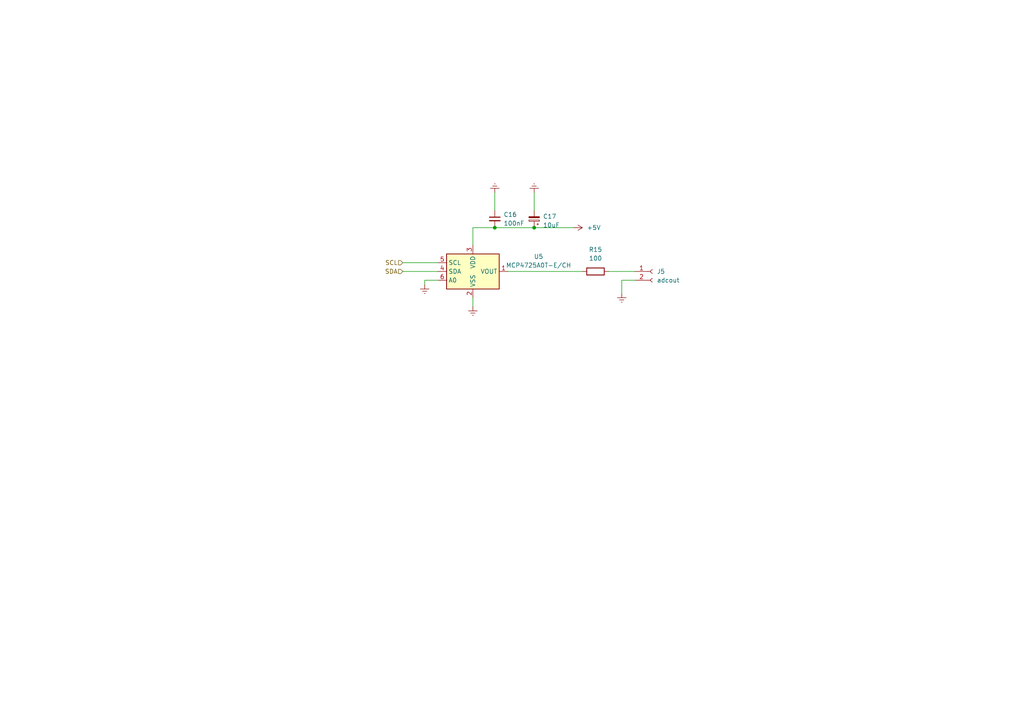
<source format=kicad_sch>
(kicad_sch (version 20211123) (generator eeschema)

  (uuid 66869d2b-5dcc-4209-a7cb-382979e2e490)

  (paper "A4")

  (lib_symbols
    (symbol "Analog_DAC:MCP4725xxx-xCH" (in_bom yes) (on_board yes)
      (property "Reference" "U" (id 0) (at -6.35 6.35 0)
        (effects (font (size 1.27 1.27)))
      )
      (property "Value" "MCP4725xxx-xCH" (id 1) (at 8.89 6.35 0)
        (effects (font (size 1.27 1.27)))
      )
      (property "Footprint" "Package_TO_SOT_SMD:SOT-23-6" (id 2) (at 0 -6.35 0)
        (effects (font (size 1.27 1.27)) hide)
      )
      (property "Datasheet" "http://ww1.microchip.com/downloads/en/DeviceDoc/22039d.pdf" (id 3) (at 0 0 0)
        (effects (font (size 1.27 1.27)) hide)
      )
      (property "ki_keywords" "dac twi" (id 4) (at 0 0 0)
        (effects (font (size 1.27 1.27)) hide)
      )
      (property "ki_description" "12-bit Digital-to-Analog Converter, integrated EEPROM, I2C interface, SOT-23-6" (id 5) (at 0 0 0)
        (effects (font (size 1.27 1.27)) hide)
      )
      (property "ki_fp_filters" "SOT?23*" (id 6) (at 0 0 0)
        (effects (font (size 1.27 1.27)) hide)
      )
      (symbol "MCP4725xxx-xCH_0_1"
        (rectangle (start -7.62 5.08) (end 7.62 -5.08)
          (stroke (width 0.254) (type default) (color 0 0 0 0))
          (fill (type background))
        )
      )
      (symbol "MCP4725xxx-xCH_1_1"
        (pin output line (at 10.16 0 180) (length 2.54)
          (name "VOUT" (effects (font (size 1.27 1.27))))
          (number "1" (effects (font (size 1.27 1.27))))
        )
        (pin power_in line (at 0 -7.62 90) (length 2.54)
          (name "VSS" (effects (font (size 1.27 1.27))))
          (number "2" (effects (font (size 1.27 1.27))))
        )
        (pin power_in line (at 0 7.62 270) (length 2.54)
          (name "VDD" (effects (font (size 1.27 1.27))))
          (number "3" (effects (font (size 1.27 1.27))))
        )
        (pin bidirectional line (at -10.16 0 0) (length 2.54)
          (name "SDA" (effects (font (size 1.27 1.27))))
          (number "4" (effects (font (size 1.27 1.27))))
        )
        (pin input line (at -10.16 2.54 0) (length 2.54)
          (name "SCL" (effects (font (size 1.27 1.27))))
          (number "5" (effects (font (size 1.27 1.27))))
        )
        (pin input line (at -10.16 -2.54 0) (length 2.54)
          (name "A0" (effects (font (size 1.27 1.27))))
          (number "6" (effects (font (size 1.27 1.27))))
        )
      )
    )
    (symbol "Connector:Conn_01x02_Female" (pin_names (offset 1.016) hide) (in_bom yes) (on_board yes)
      (property "Reference" "J" (id 0) (at 0 2.54 0)
        (effects (font (size 1.27 1.27)))
      )
      (property "Value" "Conn_01x02_Female" (id 1) (at 0 -5.08 0)
        (effects (font (size 1.27 1.27)))
      )
      (property "Footprint" "" (id 2) (at 0 0 0)
        (effects (font (size 1.27 1.27)) hide)
      )
      (property "Datasheet" "~" (id 3) (at 0 0 0)
        (effects (font (size 1.27 1.27)) hide)
      )
      (property "ki_keywords" "connector" (id 4) (at 0 0 0)
        (effects (font (size 1.27 1.27)) hide)
      )
      (property "ki_description" "Generic connector, single row, 01x02, script generated (kicad-library-utils/schlib/autogen/connector/)" (id 5) (at 0 0 0)
        (effects (font (size 1.27 1.27)) hide)
      )
      (property "ki_fp_filters" "Connector*:*_1x??_*" (id 6) (at 0 0 0)
        (effects (font (size 1.27 1.27)) hide)
      )
      (symbol "Conn_01x02_Female_1_1"
        (arc (start 0 -2.032) (mid -0.508 -2.54) (end 0 -3.048)
          (stroke (width 0.1524) (type default) (color 0 0 0 0))
          (fill (type none))
        )
        (polyline
          (pts
            (xy -1.27 -2.54)
            (xy -0.508 -2.54)
          )
          (stroke (width 0.1524) (type default) (color 0 0 0 0))
          (fill (type none))
        )
        (polyline
          (pts
            (xy -1.27 0)
            (xy -0.508 0)
          )
          (stroke (width 0.1524) (type default) (color 0 0 0 0))
          (fill (type none))
        )
        (arc (start 0 0.508) (mid -0.508 0) (end 0 -0.508)
          (stroke (width 0.1524) (type default) (color 0 0 0 0))
          (fill (type none))
        )
        (pin passive line (at -5.08 0 0) (length 3.81)
          (name "Pin_1" (effects (font (size 1.27 1.27))))
          (number "1" (effects (font (size 1.27 1.27))))
        )
        (pin passive line (at -5.08 -2.54 0) (length 3.81)
          (name "Pin_2" (effects (font (size 1.27 1.27))))
          (number "2" (effects (font (size 1.27 1.27))))
        )
      )
    )
    (symbol "Device:C_Polarized_Small" (pin_numbers hide) (pin_names (offset 0.254) hide) (in_bom yes) (on_board yes)
      (property "Reference" "C" (id 0) (at 0.254 1.778 0)
        (effects (font (size 1.27 1.27)) (justify left))
      )
      (property "Value" "C_Polarized_Small" (id 1) (at 0.254 -2.032 0)
        (effects (font (size 1.27 1.27)) (justify left))
      )
      (property "Footprint" "" (id 2) (at 0 0 0)
        (effects (font (size 1.27 1.27)) hide)
      )
      (property "Datasheet" "~" (id 3) (at 0 0 0)
        (effects (font (size 1.27 1.27)) hide)
      )
      (property "ki_keywords" "cap capacitor" (id 4) (at 0 0 0)
        (effects (font (size 1.27 1.27)) hide)
      )
      (property "ki_description" "Polarized capacitor, small symbol" (id 5) (at 0 0 0)
        (effects (font (size 1.27 1.27)) hide)
      )
      (property "ki_fp_filters" "CP_*" (id 6) (at 0 0 0)
        (effects (font (size 1.27 1.27)) hide)
      )
      (symbol "C_Polarized_Small_0_1"
        (rectangle (start -1.524 -0.3048) (end 1.524 -0.6858)
          (stroke (width 0) (type default) (color 0 0 0 0))
          (fill (type outline))
        )
        (rectangle (start -1.524 0.6858) (end 1.524 0.3048)
          (stroke (width 0) (type default) (color 0 0 0 0))
          (fill (type none))
        )
        (polyline
          (pts
            (xy -1.27 1.524)
            (xy -0.762 1.524)
          )
          (stroke (width 0) (type default) (color 0 0 0 0))
          (fill (type none))
        )
        (polyline
          (pts
            (xy -1.016 1.27)
            (xy -1.016 1.778)
          )
          (stroke (width 0) (type default) (color 0 0 0 0))
          (fill (type none))
        )
      )
      (symbol "C_Polarized_Small_1_1"
        (pin passive line (at 0 2.54 270) (length 1.8542)
          (name "~" (effects (font (size 1.27 1.27))))
          (number "1" (effects (font (size 1.27 1.27))))
        )
        (pin passive line (at 0 -2.54 90) (length 1.8542)
          (name "~" (effects (font (size 1.27 1.27))))
          (number "2" (effects (font (size 1.27 1.27))))
        )
      )
    )
    (symbol "Device:C_Small" (pin_numbers hide) (pin_names (offset 0.254) hide) (in_bom yes) (on_board yes)
      (property "Reference" "C" (id 0) (at 0.254 1.778 0)
        (effects (font (size 1.27 1.27)) (justify left))
      )
      (property "Value" "C_Small" (id 1) (at 0.254 -2.032 0)
        (effects (font (size 1.27 1.27)) (justify left))
      )
      (property "Footprint" "" (id 2) (at 0 0 0)
        (effects (font (size 1.27 1.27)) hide)
      )
      (property "Datasheet" "~" (id 3) (at 0 0 0)
        (effects (font (size 1.27 1.27)) hide)
      )
      (property "ki_keywords" "capacitor cap" (id 4) (at 0 0 0)
        (effects (font (size 1.27 1.27)) hide)
      )
      (property "ki_description" "Unpolarized capacitor, small symbol" (id 5) (at 0 0 0)
        (effects (font (size 1.27 1.27)) hide)
      )
      (property "ki_fp_filters" "C_*" (id 6) (at 0 0 0)
        (effects (font (size 1.27 1.27)) hide)
      )
      (symbol "C_Small_0_1"
        (polyline
          (pts
            (xy -1.524 -0.508)
            (xy 1.524 -0.508)
          )
          (stroke (width 0.3302) (type default) (color 0 0 0 0))
          (fill (type none))
        )
        (polyline
          (pts
            (xy -1.524 0.508)
            (xy 1.524 0.508)
          )
          (stroke (width 0.3048) (type default) (color 0 0 0 0))
          (fill (type none))
        )
      )
      (symbol "C_Small_1_1"
        (pin passive line (at 0 2.54 270) (length 2.032)
          (name "~" (effects (font (size 1.27 1.27))))
          (number "1" (effects (font (size 1.27 1.27))))
        )
        (pin passive line (at 0 -2.54 90) (length 2.032)
          (name "~" (effects (font (size 1.27 1.27))))
          (number "2" (effects (font (size 1.27 1.27))))
        )
      )
    )
    (symbol "Device:R" (pin_numbers hide) (pin_names (offset 0)) (in_bom yes) (on_board yes)
      (property "Reference" "R" (id 0) (at 2.032 0 90)
        (effects (font (size 1.27 1.27)))
      )
      (property "Value" "R" (id 1) (at 0 0 90)
        (effects (font (size 1.27 1.27)))
      )
      (property "Footprint" "" (id 2) (at -1.778 0 90)
        (effects (font (size 1.27 1.27)) hide)
      )
      (property "Datasheet" "~" (id 3) (at 0 0 0)
        (effects (font (size 1.27 1.27)) hide)
      )
      (property "ki_keywords" "R res resistor" (id 4) (at 0 0 0)
        (effects (font (size 1.27 1.27)) hide)
      )
      (property "ki_description" "Resistor" (id 5) (at 0 0 0)
        (effects (font (size 1.27 1.27)) hide)
      )
      (property "ki_fp_filters" "R_*" (id 6) (at 0 0 0)
        (effects (font (size 1.27 1.27)) hide)
      )
      (symbol "R_0_1"
        (rectangle (start -1.016 -2.54) (end 1.016 2.54)
          (stroke (width 0.254) (type default) (color 0 0 0 0))
          (fill (type none))
        )
      )
      (symbol "R_1_1"
        (pin passive line (at 0 3.81 270) (length 1.27)
          (name "~" (effects (font (size 1.27 1.27))))
          (number "1" (effects (font (size 1.27 1.27))))
        )
        (pin passive line (at 0 -3.81 90) (length 1.27)
          (name "~" (effects (font (size 1.27 1.27))))
          (number "2" (effects (font (size 1.27 1.27))))
        )
      )
    )
    (symbol "power:+5V" (power) (pin_names (offset 0)) (in_bom yes) (on_board yes)
      (property "Reference" "#PWR" (id 0) (at 0 -3.81 0)
        (effects (font (size 1.27 1.27)) hide)
      )
      (property "Value" "+5V" (id 1) (at 0 3.556 0)
        (effects (font (size 1.27 1.27)))
      )
      (property "Footprint" "" (id 2) (at 0 0 0)
        (effects (font (size 1.27 1.27)) hide)
      )
      (property "Datasheet" "" (id 3) (at 0 0 0)
        (effects (font (size 1.27 1.27)) hide)
      )
      (property "ki_keywords" "power-flag" (id 4) (at 0 0 0)
        (effects (font (size 1.27 1.27)) hide)
      )
      (property "ki_description" "Power symbol creates a global label with name \"+5V\"" (id 5) (at 0 0 0)
        (effects (font (size 1.27 1.27)) hide)
      )
      (symbol "+5V_0_1"
        (polyline
          (pts
            (xy -0.762 1.27)
            (xy 0 2.54)
          )
          (stroke (width 0) (type default) (color 0 0 0 0))
          (fill (type none))
        )
        (polyline
          (pts
            (xy 0 0)
            (xy 0 2.54)
          )
          (stroke (width 0) (type default) (color 0 0 0 0))
          (fill (type none))
        )
        (polyline
          (pts
            (xy 0 2.54)
            (xy 0.762 1.27)
          )
          (stroke (width 0) (type default) (color 0 0 0 0))
          (fill (type none))
        )
      )
      (symbol "+5V_1_1"
        (pin power_in line (at 0 0 90) (length 0) hide
          (name "+5V" (effects (font (size 1.27 1.27))))
          (number "1" (effects (font (size 1.27 1.27))))
        )
      )
    )
    (symbol "power:Earth" (power) (pin_names (offset 0)) (in_bom yes) (on_board yes)
      (property "Reference" "#PWR" (id 0) (at 0 -6.35 0)
        (effects (font (size 1.27 1.27)) hide)
      )
      (property "Value" "Earth" (id 1) (at 0 -3.81 0)
        (effects (font (size 1.27 1.27)) hide)
      )
      (property "Footprint" "" (id 2) (at 0 0 0)
        (effects (font (size 1.27 1.27)) hide)
      )
      (property "Datasheet" "~" (id 3) (at 0 0 0)
        (effects (font (size 1.27 1.27)) hide)
      )
      (property "ki_keywords" "power-flag ground gnd" (id 4) (at 0 0 0)
        (effects (font (size 1.27 1.27)) hide)
      )
      (property "ki_description" "Power symbol creates a global label with name \"Earth\"" (id 5) (at 0 0 0)
        (effects (font (size 1.27 1.27)) hide)
      )
      (symbol "Earth_0_1"
        (polyline
          (pts
            (xy -0.635 -1.905)
            (xy 0.635 -1.905)
          )
          (stroke (width 0) (type default) (color 0 0 0 0))
          (fill (type none))
        )
        (polyline
          (pts
            (xy -0.127 -2.54)
            (xy 0.127 -2.54)
          )
          (stroke (width 0) (type default) (color 0 0 0 0))
          (fill (type none))
        )
        (polyline
          (pts
            (xy 0 -1.27)
            (xy 0 0)
          )
          (stroke (width 0) (type default) (color 0 0 0 0))
          (fill (type none))
        )
        (polyline
          (pts
            (xy 1.27 -1.27)
            (xy -1.27 -1.27)
          )
          (stroke (width 0) (type default) (color 0 0 0 0))
          (fill (type none))
        )
      )
      (symbol "Earth_1_1"
        (pin power_in line (at 0 0 270) (length 0) hide
          (name "Earth" (effects (font (size 1.27 1.27))))
          (number "1" (effects (font (size 1.27 1.27))))
        )
      )
    )
  )

  (junction (at 143.51 66.04) (diameter 0) (color 0 0 0 0)
    (uuid 0d8742bc-2fd6-45ec-b7a9-679737fe4b4f)
  )
  (junction (at 154.94 66.04) (diameter 0) (color 0 0 0 0)
    (uuid dabe8129-c63a-4f9c-a5fc-b8aaf36f65ae)
  )

  (wire (pts (xy 184.15 81.28) (xy 180.34 81.28))
    (stroke (width 0) (type default) (color 0 0 0 0))
    (uuid 05e6183d-d456-43ff-bf6e-87ef1d036d7f)
  )
  (wire (pts (xy 116.84 76.2) (xy 127 76.2))
    (stroke (width 0) (type default) (color 0 0 0 0))
    (uuid 12685be6-89d2-4ac1-bdd1-c6e2eefb51b9)
  )
  (wire (pts (xy 154.94 66.04) (xy 166.37 66.04))
    (stroke (width 0) (type default) (color 0 0 0 0))
    (uuid 25d241c1-a3aa-4410-b455-d3a685c19b48)
  )
  (wire (pts (xy 176.53 78.74) (xy 184.15 78.74))
    (stroke (width 0) (type default) (color 0 0 0 0))
    (uuid 26718d7e-900e-4d7b-a975-8023f153a4b8)
  )
  (wire (pts (xy 123.19 81.28) (xy 123.19 82.55))
    (stroke (width 0) (type default) (color 0 0 0 0))
    (uuid 3942b6bb-1f09-49db-8f9f-100f1916023a)
  )
  (wire (pts (xy 143.51 55.88) (xy 143.51 60.96))
    (stroke (width 0) (type default) (color 0 0 0 0))
    (uuid 3b34738e-0795-49f1-a41d-efe5844f6cc3)
  )
  (wire (pts (xy 116.84 78.74) (xy 127 78.74))
    (stroke (width 0) (type default) (color 0 0 0 0))
    (uuid 8177aaf6-bf5e-4af2-bb81-f43479ff5768)
  )
  (wire (pts (xy 137.16 71.12) (xy 137.16 66.04))
    (stroke (width 0) (type default) (color 0 0 0 0))
    (uuid 928a73bd-653d-4abc-94e9-cb0c13b5b58c)
  )
  (wire (pts (xy 137.16 86.36) (xy 137.16 88.9))
    (stroke (width 0) (type default) (color 0 0 0 0))
    (uuid a16b35a4-9c5e-4c72-aa86-ab76c25a8f48)
  )
  (wire (pts (xy 143.51 66.04) (xy 154.94 66.04))
    (stroke (width 0) (type default) (color 0 0 0 0))
    (uuid a283ae5a-a170-4236-ae0f-8246908338c9)
  )
  (wire (pts (xy 154.94 55.88) (xy 154.94 60.96))
    (stroke (width 0) (type default) (color 0 0 0 0))
    (uuid a5681881-9e4c-4131-87e2-c3b16dacaab5)
  )
  (wire (pts (xy 127 81.28) (xy 123.19 81.28))
    (stroke (width 0) (type default) (color 0 0 0 0))
    (uuid b8bbbd3a-909d-44f7-a6cc-93f784b70110)
  )
  (wire (pts (xy 137.16 66.04) (xy 143.51 66.04))
    (stroke (width 0) (type default) (color 0 0 0 0))
    (uuid c4f34865-03dc-4c3f-8081-898d3670e125)
  )
  (wire (pts (xy 180.34 81.28) (xy 180.34 85.09))
    (stroke (width 0) (type default) (color 0 0 0 0))
    (uuid cac2dfb0-1c73-46b0-a09b-54752ffeb47d)
  )
  (wire (pts (xy 147.32 78.74) (xy 168.91 78.74))
    (stroke (width 0) (type default) (color 0 0 0 0))
    (uuid db6ecaf1-9acd-43c6-a89b-6d7cff0c44b7)
  )

  (hierarchical_label "SCL" (shape input) (at 116.84 76.2 180)
    (effects (font (size 1.27 1.27)) (justify right))
    (uuid 40495792-0d31-4752-a984-38f247113cf1)
  )
  (hierarchical_label "SDA" (shape input) (at 116.84 78.74 180)
    (effects (font (size 1.27 1.27)) (justify right))
    (uuid 686d6b6a-4295-4ad8-8d73-a3c0c64522fe)
  )

  (symbol (lib_id "Device:C_Small") (at 143.51 63.5 0) (unit 1)
    (in_bom yes) (on_board yes) (fields_autoplaced)
    (uuid 08fbb4ec-cada-43df-80e1-38ea3b7183ea)
    (property "Reference" "C16" (id 0) (at 146.05 62.2362 0)
      (effects (font (size 1.27 1.27)) (justify left))
    )
    (property "Value" "100nF" (id 1) (at 146.05 64.7762 0)
      (effects (font (size 1.27 1.27)) (justify left))
    )
    (property "Footprint" "Capacitor_SMD:C_0805_2012Metric" (id 2) (at 143.51 63.5 0)
      (effects (font (size 1.27 1.27)) hide)
    )
    (property "Datasheet" "~" (id 3) (at 143.51 63.5 0)
      (effects (font (size 1.27 1.27)) hide)
    )
    (pin "1" (uuid 10ddd24e-9890-4a3c-8234-0e4da2942f02))
    (pin "2" (uuid 0831127a-43d3-44ae-bbdd-f0cf733020ea))
  )

  (symbol (lib_id "power:Earth") (at 143.51 55.88 180) (unit 1)
    (in_bom yes) (on_board yes) (fields_autoplaced)
    (uuid 2e127fdf-74cb-49c9-95f1-311dd2d77ff4)
    (property "Reference" "#PWR029" (id 0) (at 143.51 49.53 0)
      (effects (font (size 1.27 1.27)) hide)
    )
    (property "Value" "Earth" (id 1) (at 143.51 52.07 0)
      (effects (font (size 1.27 1.27)) hide)
    )
    (property "Footprint" "" (id 2) (at 143.51 55.88 0)
      (effects (font (size 1.27 1.27)) hide)
    )
    (property "Datasheet" "~" (id 3) (at 143.51 55.88 0)
      (effects (font (size 1.27 1.27)) hide)
    )
    (pin "1" (uuid 3684d5f4-15b1-440a-933e-625f5f39bf8b))
  )

  (symbol (lib_id "power:Earth") (at 137.16 88.9 0) (unit 1)
    (in_bom yes) (on_board yes) (fields_autoplaced)
    (uuid 39ba53b6-d8f4-46ec-8328-f675299f7f82)
    (property "Reference" "#PWR028" (id 0) (at 137.16 95.25 0)
      (effects (font (size 1.27 1.27)) hide)
    )
    (property "Value" "Earth" (id 1) (at 137.16 92.71 0)
      (effects (font (size 1.27 1.27)) hide)
    )
    (property "Footprint" "" (id 2) (at 137.16 88.9 0)
      (effects (font (size 1.27 1.27)) hide)
    )
    (property "Datasheet" "~" (id 3) (at 137.16 88.9 0)
      (effects (font (size 1.27 1.27)) hide)
    )
    (pin "1" (uuid 90d921b2-0da1-49fe-91a4-86287c0dc932))
  )

  (symbol (lib_id "power:Earth") (at 123.19 82.55 0) (unit 1)
    (in_bom yes) (on_board yes) (fields_autoplaced)
    (uuid 3d4a3466-2e53-4e65-8ff8-011a12ace035)
    (property "Reference" "#PWR027" (id 0) (at 123.19 88.9 0)
      (effects (font (size 1.27 1.27)) hide)
    )
    (property "Value" "Earth" (id 1) (at 123.19 86.36 0)
      (effects (font (size 1.27 1.27)) hide)
    )
    (property "Footprint" "" (id 2) (at 123.19 82.55 0)
      (effects (font (size 1.27 1.27)) hide)
    )
    (property "Datasheet" "~" (id 3) (at 123.19 82.55 0)
      (effects (font (size 1.27 1.27)) hide)
    )
    (pin "1" (uuid 1b7924f3-8e9f-4683-82ba-90c6c6eba149))
  )

  (symbol (lib_id "Analog_DAC:MCP4725xxx-xCH") (at 137.16 78.74 0) (unit 1)
    (in_bom yes) (on_board yes) (fields_autoplaced)
    (uuid 467b1610-f561-43aa-8022-dd5b787365ee)
    (property "Reference" "U5" (id 0) (at 156.21 74.4093 0))
    (property "Value" "MCP4725A0T-E/CH" (id 1) (at 156.21 76.9493 0))
    (property "Footprint" "Package_TO_SOT_SMD:SOT-23-6" (id 2) (at 137.16 85.09 0)
      (effects (font (size 1.27 1.27)) hide)
    )
    (property "Datasheet" "http://ww1.microchip.com/downloads/en/DeviceDoc/22039d.pdf" (id 3) (at 137.16 78.74 0)
      (effects (font (size 1.27 1.27)) hide)
    )
    (pin "1" (uuid 981116c1-53b0-43d9-be8b-0cdc39193e07))
    (pin "2" (uuid 2e932c54-f9c5-427f-a814-4f6a6b210c39))
    (pin "3" (uuid 84d3dd2a-9e31-4b68-92da-7c9f88ac6cd3))
    (pin "4" (uuid 78538213-470b-4403-afb7-43c6d9b401c0))
    (pin "5" (uuid 5618b419-6190-4dd2-a145-17baf07942ba))
    (pin "6" (uuid 4a518d33-9955-4423-af8a-8b129396a65a))
  )

  (symbol (lib_id "power:+5V") (at 166.37 66.04 270) (unit 1)
    (in_bom yes) (on_board yes) (fields_autoplaced)
    (uuid 4a92fe58-518c-4611-9cc0-76b90aa99313)
    (property "Reference" "#PWR031" (id 0) (at 162.56 66.04 0)
      (effects (font (size 1.27 1.27)) hide)
    )
    (property "Value" "+5V" (id 1) (at 170.18 66.0399 90)
      (effects (font (size 1.27 1.27)) (justify left))
    )
    (property "Footprint" "" (id 2) (at 166.37 66.04 0)
      (effects (font (size 1.27 1.27)) hide)
    )
    (property "Datasheet" "" (id 3) (at 166.37 66.04 0)
      (effects (font (size 1.27 1.27)) hide)
    )
    (pin "1" (uuid 576df589-9219-4c1e-bfa6-ac2f5fbe26db))
  )

  (symbol (lib_id "Connector:Conn_01x02_Female") (at 189.23 78.74 0) (unit 1)
    (in_bom yes) (on_board yes) (fields_autoplaced)
    (uuid 83a53e57-4906-4bf7-94a4-be193a6cf835)
    (property "Reference" "J5" (id 0) (at 190.5 78.7399 0)
      (effects (font (size 1.27 1.27)) (justify left))
    )
    (property "Value" "adcout" (id 1) (at 190.5 81.2799 0)
      (effects (font (size 1.27 1.27)) (justify left))
    )
    (property "Footprint" "Crystal_32KHZ_e_conector footprint:On_Shore_Technology-OSTTA024163-0-0-MFG" (id 2) (at 189.23 78.74 0)
      (effects (font (size 1.27 1.27)) hide)
    )
    (property "Datasheet" "~" (id 3) (at 189.23 78.74 0)
      (effects (font (size 1.27 1.27)) hide)
    )
    (pin "1" (uuid 7313772f-068f-4838-8cd8-a00f602bc273))
    (pin "2" (uuid bc090dc5-154c-4e02-8197-313661d9dd7d))
  )

  (symbol (lib_id "Device:R") (at 172.72 78.74 90) (unit 1)
    (in_bom yes) (on_board yes) (fields_autoplaced)
    (uuid 9304e322-5b14-4d14-a841-4ce1c09ad7fb)
    (property "Reference" "R15" (id 0) (at 172.72 72.39 90))
    (property "Value" "100" (id 1) (at 172.72 74.93 90))
    (property "Footprint" "Resistor_SMD:R_0805_2012Metric" (id 2) (at 172.72 80.518 90)
      (effects (font (size 1.27 1.27)) hide)
    )
    (property "Datasheet" "~" (id 3) (at 172.72 78.74 0)
      (effects (font (size 1.27 1.27)) hide)
    )
    (pin "1" (uuid e63ee3a7-6a79-48cb-a728-47fba10d404f))
    (pin "2" (uuid 2fb0edb0-ea22-45ab-8a8b-af6e114be096))
  )

  (symbol (lib_id "power:Earth") (at 154.94 55.88 180) (unit 1)
    (in_bom yes) (on_board yes) (fields_autoplaced)
    (uuid a4b06cb5-70a5-4c13-a360-7b407e7de11f)
    (property "Reference" "#PWR030" (id 0) (at 154.94 49.53 0)
      (effects (font (size 1.27 1.27)) hide)
    )
    (property "Value" "Earth" (id 1) (at 154.94 52.07 0)
      (effects (font (size 1.27 1.27)) hide)
    )
    (property "Footprint" "" (id 2) (at 154.94 55.88 0)
      (effects (font (size 1.27 1.27)) hide)
    )
    (property "Datasheet" "~" (id 3) (at 154.94 55.88 0)
      (effects (font (size 1.27 1.27)) hide)
    )
    (pin "1" (uuid ede4152c-1034-4b78-923a-c6f3a1014e96))
  )

  (symbol (lib_id "Device:C_Polarized_Small") (at 154.94 63.5 180) (unit 1)
    (in_bom yes) (on_board yes) (fields_autoplaced)
    (uuid e6ed6862-2e8f-4e44-a5c1-ca1163c08dd1)
    (property "Reference" "C17" (id 0) (at 157.48 62.776 0)
      (effects (font (size 1.27 1.27)) (justify right))
    )
    (property "Value" "10uF" (id 1) (at 157.48 65.316 0)
      (effects (font (size 1.27 1.27)) (justify right))
    )
    (property "Footprint" "Capacitor_Tantalum_SMD:CP_EIA-3216-12_Kemet-S" (id 2) (at 154.94 63.5 0)
      (effects (font (size 1.27 1.27)) hide)
    )
    (property "Datasheet" "~" (id 3) (at 154.94 63.5 0)
      (effects (font (size 1.27 1.27)) hide)
    )
    (pin "1" (uuid 7d826904-b121-4e9e-8ed0-a9431625de32))
    (pin "2" (uuid 65b04631-3d48-4eaa-bdd1-18b1c8768b73))
  )

  (symbol (lib_id "power:Earth") (at 180.34 85.09 0) (unit 1)
    (in_bom yes) (on_board yes) (fields_autoplaced)
    (uuid f6edacb3-ed2a-4d99-a716-89f64b4dcba7)
    (property "Reference" "#PWR037" (id 0) (at 180.34 91.44 0)
      (effects (font (size 1.27 1.27)) hide)
    )
    (property "Value" "Earth" (id 1) (at 180.34 88.9 0)
      (effects (font (size 1.27 1.27)) hide)
    )
    (property "Footprint" "" (id 2) (at 180.34 85.09 0)
      (effects (font (size 1.27 1.27)) hide)
    )
    (property "Datasheet" "~" (id 3) (at 180.34 85.09 0)
      (effects (font (size 1.27 1.27)) hide)
    )
    (pin "1" (uuid c06bdfe4-733c-441d-83f6-fb36ff756c3c))
  )
)

</source>
